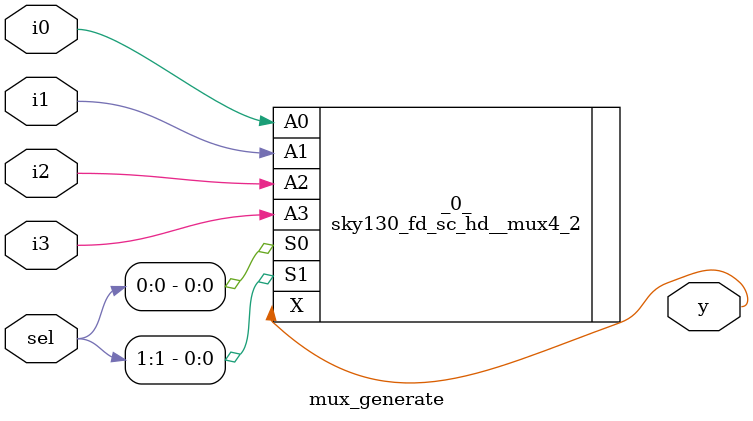
<source format=v>
/* Generated by Yosys 0.47+121 (git sha1 98b4affc4, g++ 13.2.0-23ubuntu4 -fPIC -O3) */

module mux_generate(i0, i1, i2, i3, sel, y);
  input i0;
  wire i0;
  input i1;
  wire i1;
  input i2;
  wire i2;
  input i3;
  wire i3;
  input [1:0] sel;
  wire [1:0] sel;
  output y;
  wire y;
  sky130_fd_sc_hd__mux4_2 _0_ (
    .A0(i0),
    .A1(i1),
    .A2(i2),
    .A3(i3),
    .S0(sel[0]),
    .S1(sel[1]),
    .X(y)
  );
endmodule

</source>
